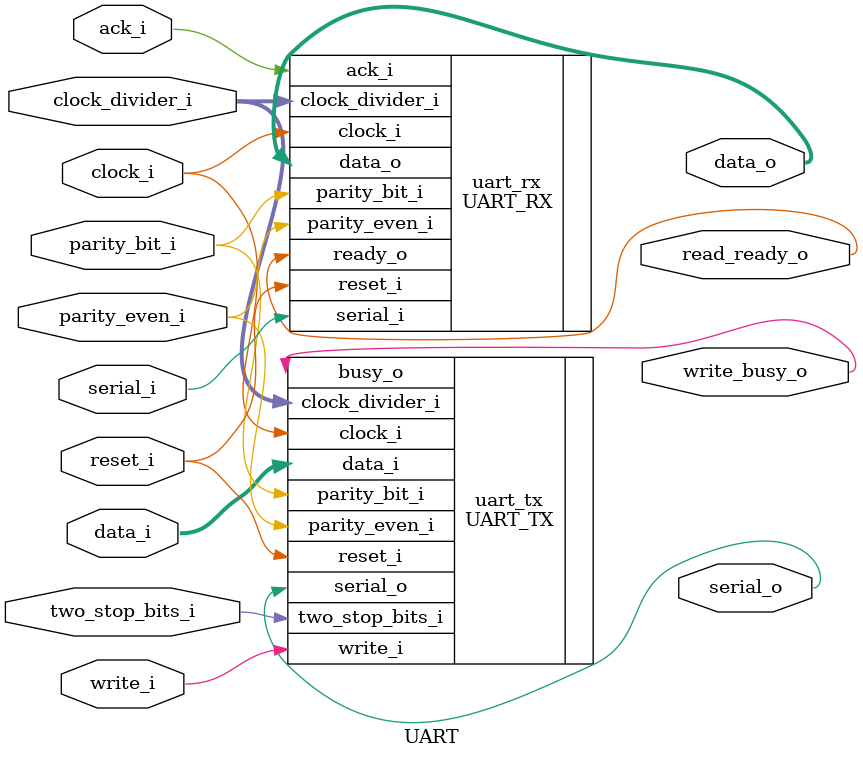
<source format=v>
`include "cores/uart/uart_tx.v"
`include "cores/uart/uart_rx.v"

module UART #(
  // Tune the clock divider bit width to your design to avoid wasting gates.
  // 
  // Example:
  // Assuming a 10MHz clock and a desired baud rate of 115200, the divider
  // value is 87. 87 fits into 7 bits, and therefore `CLOCK_DIVIDER_WIDTH`
  // in this instance can be set to 7.
  parameter CLOCK_DIVIDER_WIDTH = 16
) (
  // Module reset.
  input reset_i,

  // Clock input.
  input clock_i,

  // Divides the `clock_i` signal to achieve the desired baud rate. This value
  // must be a minimum of 2 for the receiver to operate.
  input [CLOCK_DIVIDER_WIDTH - 1:0] clock_divider_i,

  // UART serial input (receive).
  input serial_i,

  // UART serial output (transmit).
  output serial_o,

  // Data bus input (to transmitter).
  input [7:0] data_i,

  // Data bus output (from receiver).
  output [7:0] data_o,

  // Write a byte to transmit. Must go low after each write.
  input write_i,

  // Transmitter is busy and will not accept another write.
  output write_busy_o,

  // Receiver has received a packet and will not overwrite `data_o` until the
  // data is acknowledged with `ack_i`.
  output read_ready_o,

  // Acknowledge byte received.
  input ack_i,

  // Transmit two stop bits if high, one stop bit if low.
  input two_stop_bits_i,

  // Use the parity bit if high, no parity if low.
  input parity_bit_i,

  // Use even parity if high, odd parity if low.
  input parity_even_i
);

UART_TX #(
  .CLOCK_DIVIDER_WIDTH(CLOCK_DIVIDER_WIDTH)
)
uart_tx (
  .reset_i(reset_i),
  .clock_i(clock_i),
  .write_i(write_i),
  .two_stop_bits_i(two_stop_bits_i),
  .parity_bit_i(parity_bit_i),
  .parity_even_i(parity_even_i),
  .clock_divider_i(clock_divider_i),
  .data_i(data_i),
  .busy_o(write_busy_o),
  .serial_o(serial_o)
);

UART_RX #(
  .CLOCK_DIVIDER_WIDTH(CLOCK_DIVIDER_WIDTH)
)
uart_rx (
  .reset_i(reset_i),
  .clock_i(clock_i),
  .ack_i(ack_i),
  .parity_bit_i(parity_bit_i),
  .parity_even_i(parity_even_i),
  .serial_i(serial_i),
  .clock_divider_i(clock_divider_i),
  .data_o(data_o),
  .ready_o(read_ready_o)
);

endmodule

</source>
